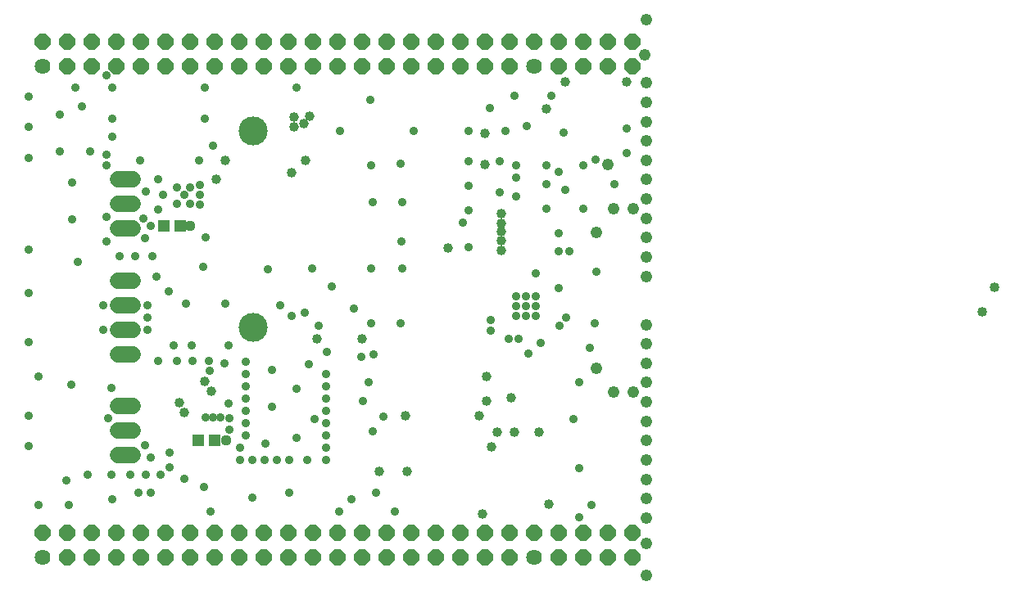
<source format=gbs>
G75*
%MOIN*%
%OFA0B0*%
%FSLAX25Y25*%
%IPPOS*%
%LPD*%
%AMOC8*
5,1,8,0,0,1.08239X$1,22.5*
%
%ADD10C,0.11824*%
%ADD11C,0.06400*%
%ADD12OC8,0.06400*%
%ADD13C,0.03981*%
%ADD14R,0.04737X0.05131*%
%ADD15C,0.06800*%
%ADD16C,0.04762*%
%ADD17C,0.03581*%
%ADD18C,0.03975*%
%ADD19C,0.04369*%
D10*
X0155595Y0154933D03*
X0155595Y0234933D03*
D11*
X0070095Y0061433D03*
X0270095Y0061433D03*
X0270095Y0261433D03*
X0070095Y0261433D03*
D12*
X0080095Y0261433D03*
X0090095Y0261433D03*
X0100095Y0261433D03*
X0110095Y0261433D03*
X0120095Y0261433D03*
X0130095Y0261433D03*
X0130095Y0271433D03*
X0120095Y0271433D03*
X0110095Y0271433D03*
X0100095Y0271433D03*
X0090095Y0271433D03*
X0080095Y0271433D03*
X0070095Y0271433D03*
X0140095Y0271433D03*
X0150095Y0271433D03*
X0160095Y0271433D03*
X0170095Y0271433D03*
X0180095Y0271433D03*
X0190095Y0271433D03*
X0200095Y0271433D03*
X0200095Y0261433D03*
X0190095Y0261433D03*
X0180095Y0261433D03*
X0170095Y0261433D03*
X0160095Y0261433D03*
X0150095Y0261433D03*
X0140095Y0261433D03*
X0210095Y0261433D03*
X0220095Y0261433D03*
X0230095Y0261433D03*
X0240095Y0261433D03*
X0250095Y0261433D03*
X0260095Y0261433D03*
X0260095Y0271433D03*
X0250095Y0271433D03*
X0240095Y0271433D03*
X0230095Y0271433D03*
X0220095Y0271433D03*
X0210095Y0271433D03*
X0270095Y0271433D03*
X0280095Y0271433D03*
X0290095Y0271433D03*
X0300095Y0271433D03*
X0310095Y0271433D03*
X0310095Y0261433D03*
X0300095Y0261433D03*
X0290095Y0261433D03*
X0280095Y0261433D03*
X0280095Y0071433D03*
X0290095Y0071433D03*
X0300095Y0071433D03*
X0310095Y0071433D03*
X0310095Y0061433D03*
X0300095Y0061433D03*
X0290095Y0061433D03*
X0280095Y0061433D03*
X0270095Y0071433D03*
X0260095Y0071433D03*
X0250095Y0071433D03*
X0240095Y0071433D03*
X0230095Y0071433D03*
X0220095Y0071433D03*
X0210095Y0071433D03*
X0200095Y0071433D03*
X0190095Y0071433D03*
X0180095Y0071433D03*
X0170095Y0071433D03*
X0160095Y0071433D03*
X0150095Y0071433D03*
X0140095Y0071433D03*
X0130095Y0071433D03*
X0120095Y0071433D03*
X0110095Y0071433D03*
X0100095Y0071433D03*
X0090095Y0071433D03*
X0080095Y0071433D03*
X0070095Y0071433D03*
X0080095Y0061433D03*
X0090095Y0061433D03*
X0100095Y0061433D03*
X0110095Y0061433D03*
X0120095Y0061433D03*
X0130095Y0061433D03*
X0140095Y0061433D03*
X0150095Y0061433D03*
X0160095Y0061433D03*
X0170095Y0061433D03*
X0180095Y0061433D03*
X0190095Y0061433D03*
X0200095Y0061433D03*
X0210095Y0061433D03*
X0220095Y0061433D03*
X0230095Y0061433D03*
X0240095Y0061433D03*
X0250095Y0061433D03*
X0260095Y0061433D03*
D13*
X0452349Y0161463D03*
X0457320Y0171256D03*
D14*
X0139942Y0108933D03*
X0133249Y0108933D03*
X0125942Y0196433D03*
X0119249Y0196433D03*
D15*
X0106595Y0195433D02*
X0100595Y0195433D01*
X0100595Y0205433D02*
X0106595Y0205433D01*
X0106595Y0215433D02*
X0100595Y0215433D01*
X0100595Y0173933D02*
X0106595Y0173933D01*
X0106595Y0163933D02*
X0100595Y0163933D01*
X0100595Y0153933D02*
X0106595Y0153933D01*
X0106595Y0143933D02*
X0100595Y0143933D01*
X0100595Y0122933D02*
X0106595Y0122933D01*
X0106595Y0112933D02*
X0100595Y0112933D01*
X0100595Y0102933D02*
X0106595Y0102933D01*
D16*
X0295351Y0138411D03*
X0302241Y0128569D03*
X0310115Y0128569D03*
X0315489Y0132506D03*
X0315489Y0124632D03*
X0315489Y0116758D03*
X0315489Y0108884D03*
X0315489Y0101010D03*
X0315489Y0093136D03*
X0315489Y0085262D03*
X0315489Y0077388D03*
X0315489Y0067014D03*
X0315489Y0054140D03*
X0315489Y0140380D03*
X0315489Y0148254D03*
X0315489Y0156128D03*
X0315489Y0175813D03*
X0315489Y0183687D03*
X0315489Y0191561D03*
X0315489Y0199435D03*
X0310115Y0203372D03*
X0315489Y0207309D03*
X0315489Y0215183D03*
X0315489Y0223057D03*
X0315489Y0230931D03*
X0315489Y0238805D03*
X0315489Y0246679D03*
X0315489Y0254553D03*
X0314989Y0265927D03*
X0315489Y0280301D03*
X0300095Y0221433D03*
X0302241Y0203372D03*
X0295351Y0193530D03*
D17*
X0290036Y0203402D03*
X0282536Y0210902D03*
X0280036Y0218402D03*
X0275036Y0220902D03*
X0262536Y0220902D03*
X0262536Y0215902D03*
X0262536Y0208402D03*
X0255823Y0210144D03*
X0243323Y0212644D03*
X0243323Y0202644D03*
X0240823Y0197644D03*
X0243323Y0187644D03*
X0215823Y0190144D03*
X0216190Y0179130D03*
X0203690Y0179130D03*
X0187690Y0171630D03*
X0179690Y0179130D03*
X0161690Y0178630D03*
X0144190Y0164630D03*
X0128190Y0164630D03*
X0121190Y0169630D03*
X0116190Y0175630D03*
X0114690Y0184130D03*
X0107690Y0184130D03*
X0101190Y0184130D03*
X0096095Y0189933D03*
X0084323Y0181644D03*
X0064323Y0186644D03*
X0081823Y0199144D03*
X0096095Y0199933D03*
X0111095Y0199433D03*
X0114095Y0196433D03*
X0111595Y0191433D03*
X0117095Y0202933D03*
X0124595Y0205433D03*
X0127595Y0208933D03*
X0130095Y0211933D03*
X0134095Y0212933D03*
X0134095Y0208933D03*
X0130095Y0205433D03*
X0134095Y0204933D03*
X0124595Y0211933D03*
X0119095Y0208933D03*
X0112095Y0210433D03*
X0117095Y0215433D03*
X0109595Y0222933D03*
X0096095Y0220933D03*
X0096095Y0225433D03*
X0089323Y0226644D03*
X0098323Y0232644D03*
X0098323Y0240144D03*
X0085823Y0245144D03*
X0076823Y0241644D03*
X0064323Y0236644D03*
X0076823Y0226644D03*
X0064323Y0224144D03*
X0081823Y0214144D03*
X0133595Y0222933D03*
X0139323Y0229144D03*
X0135823Y0240144D03*
X0135823Y0252644D03*
X0098323Y0252644D03*
X0095823Y0257644D03*
X0083323Y0252644D03*
X0064323Y0249144D03*
X0136190Y0191630D03*
X0135190Y0179630D03*
X0112690Y0164130D03*
X0112690Y0159130D03*
X0112690Y0154130D03*
X0123190Y0147630D03*
X0130690Y0147630D03*
X0131095Y0141433D03*
X0137595Y0141433D03*
X0138095Y0137433D03*
X0144095Y0140433D03*
X0152690Y0141130D03*
X0152690Y0136130D03*
X0152690Y0131130D03*
X0152690Y0126130D03*
X0145595Y0123933D03*
X0152690Y0121130D03*
X0152690Y0116130D03*
X0146095Y0117933D03*
X0142434Y0118189D03*
X0139284Y0118189D03*
X0136135Y0118189D03*
X0146095Y0113433D03*
X0152690Y0111130D03*
X0150190Y0106130D03*
X0150190Y0101130D03*
X0155190Y0101130D03*
X0160190Y0101130D03*
X0165190Y0101130D03*
X0170190Y0101130D03*
X0177690Y0101130D03*
X0185190Y0101130D03*
X0185190Y0106130D03*
X0185190Y0111130D03*
X0185190Y0116130D03*
X0180690Y0117630D03*
X0185190Y0121130D03*
X0185190Y0126130D03*
X0185190Y0131130D03*
X0185190Y0136130D03*
X0178190Y0140130D03*
X0185690Y0145130D03*
X0182190Y0155630D03*
X0176690Y0161130D03*
X0171190Y0159630D03*
X0166690Y0164130D03*
X0145690Y0147630D03*
X0163190Y0137630D03*
X0173190Y0130130D03*
X0163190Y0122630D03*
X0173190Y0110130D03*
X0160690Y0107630D03*
X0135690Y0090130D03*
X0127595Y0093433D03*
X0121595Y0097933D03*
X0118095Y0094933D03*
X0112095Y0094933D03*
X0105595Y0094933D03*
X0098095Y0094933D03*
X0109012Y0087496D03*
X0114091Y0087496D03*
X0098190Y0085130D03*
X0088190Y0095130D03*
X0079642Y0092732D03*
X0080690Y0082630D03*
X0068190Y0082630D03*
X0064323Y0106644D03*
X0064323Y0119144D03*
X0081690Y0131630D03*
X0068190Y0135130D03*
X0064323Y0149144D03*
X0064323Y0169144D03*
X0094690Y0164130D03*
X0094690Y0154130D03*
X0117095Y0141433D03*
X0124595Y0141433D03*
X0098095Y0130433D03*
X0096595Y0117933D03*
X0111595Y0106933D03*
X0114095Y0101933D03*
X0121595Y0103933D03*
X0155190Y0085630D03*
X0170190Y0087630D03*
X0190690Y0080130D03*
X0195690Y0085130D03*
X0205690Y0087630D03*
X0213190Y0080130D03*
X0204190Y0112630D03*
X0208690Y0118630D03*
X0200190Y0125130D03*
X0202690Y0132630D03*
X0199690Y0143130D03*
X0204690Y0144130D03*
X0203690Y0156630D03*
X0196690Y0162630D03*
X0215690Y0156630D03*
X0252280Y0158130D03*
X0252280Y0153693D03*
X0259662Y0150280D03*
X0263599Y0150280D03*
X0272703Y0148785D03*
X0267599Y0144280D03*
X0280203Y0155535D03*
X0282784Y0159138D03*
X0270489Y0159622D03*
X0270489Y0163559D03*
X0266552Y0163559D03*
X0266552Y0159622D03*
X0262615Y0159622D03*
X0262615Y0163559D03*
X0262615Y0167496D03*
X0266552Y0167496D03*
X0270489Y0167496D03*
X0279839Y0170941D03*
X0270489Y0176846D03*
X0280036Y0185902D03*
X0284422Y0185974D03*
X0280036Y0193402D03*
X0275036Y0203402D03*
X0275036Y0213402D03*
X0290036Y0220902D03*
X0295036Y0223402D03*
X0307536Y0225902D03*
X0307536Y0235902D03*
X0281886Y0234366D03*
X0266886Y0236866D03*
X0258323Y0235144D03*
X0251886Y0244366D03*
X0261886Y0249366D03*
X0276886Y0249366D03*
X0243323Y0235144D03*
X0243323Y0222644D03*
X0255823Y0222644D03*
X0220823Y0235144D03*
X0203323Y0247644D03*
X0190823Y0235144D03*
X0203690Y0221130D03*
X0215690Y0221630D03*
X0216190Y0206130D03*
X0204190Y0206130D03*
X0173323Y0252644D03*
X0295203Y0177535D03*
X0294690Y0156630D03*
X0292690Y0146630D03*
X0288323Y0132644D03*
X0285823Y0117644D03*
X0288323Y0097644D03*
X0293323Y0082644D03*
X0288323Y0077644D03*
X0138190Y0080130D03*
X0302536Y0213402D03*
D18*
X0256595Y0201433D03*
X0256595Y0197433D03*
X0256595Y0193933D03*
X0256595Y0190433D03*
X0256595Y0186433D03*
X0235095Y0187433D03*
X0250095Y0221433D03*
X0250095Y0233933D03*
X0275095Y0243933D03*
X0282595Y0254933D03*
X0307595Y0254933D03*
X0178658Y0240984D03*
X0176158Y0237984D03*
X0172158Y0236484D03*
X0172158Y0240484D03*
X0176827Y0222906D03*
X0171158Y0217984D03*
X0144347Y0222866D03*
X0140705Y0215248D03*
X0181595Y0150433D03*
X0200095Y0150433D03*
X0217595Y0118933D03*
X0247595Y0118933D03*
X0250595Y0124933D03*
X0260595Y0126433D03*
X0250595Y0134933D03*
X0255095Y0112433D03*
X0252595Y0106433D03*
X0262095Y0112433D03*
X0272095Y0112433D03*
X0276095Y0082933D03*
X0249095Y0078933D03*
X0218304Y0096433D03*
X0207095Y0096433D03*
X0138595Y0128933D03*
X0136095Y0132933D03*
X0125595Y0124433D03*
X0127595Y0120433D03*
D19*
X0144595Y0108933D03*
X0130095Y0196433D03*
M02*

</source>
